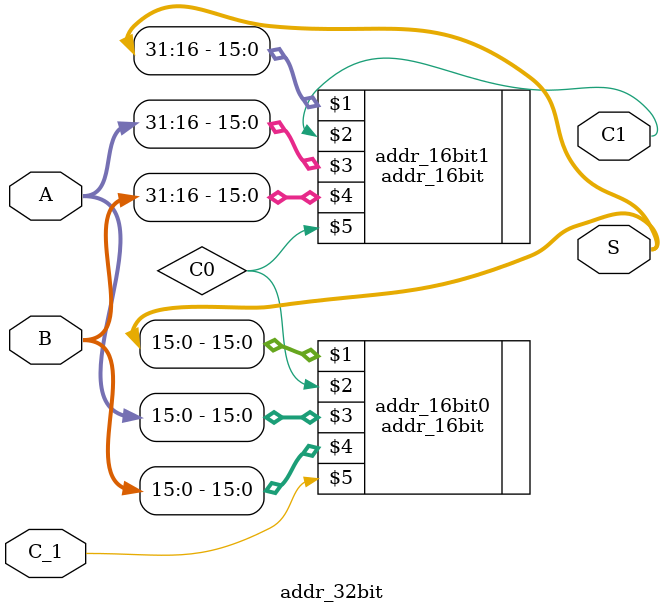
<source format=v>
`timescale 1ns / 1ps


module addr_32bit(S, C1, A, B, C_1);
    input [31:0]A, B;
    input C_1;
    output [31:0]S;
    output C1;
    wire C0;
    
    addr_16bit  addr_16bit0(S[15:0], C0, A[15:0], B[15:0], C_1),
                addr_16bit1(S[31:16], C1, A[31:16], B[31:16], C0);
endmodule

</source>
